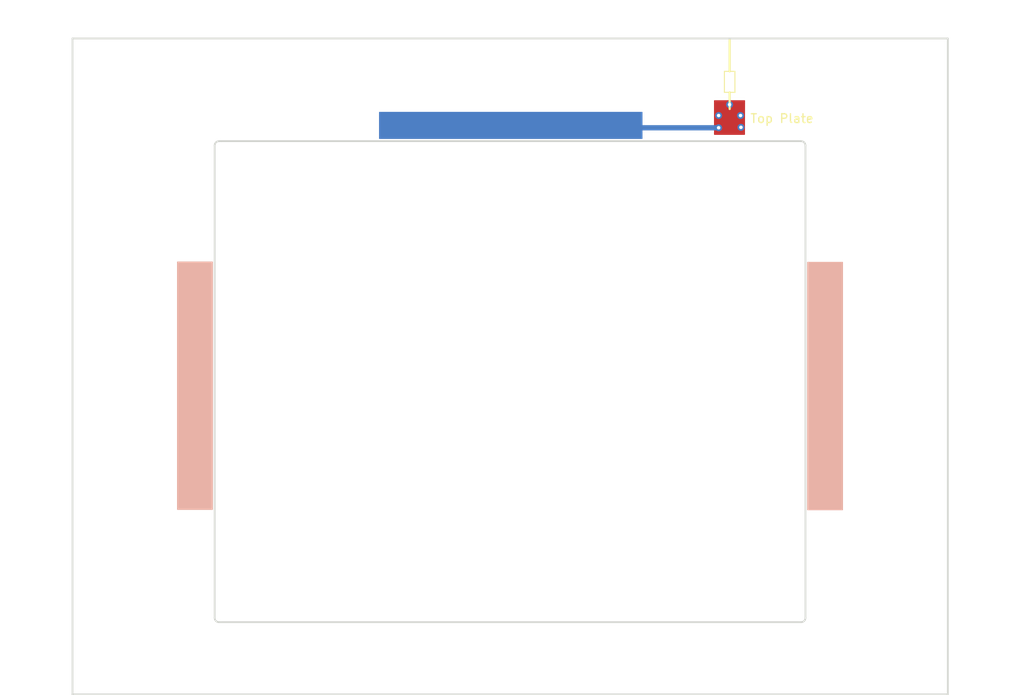
<source format=kicad_pcb>
(kicad_pcb (version 20211014) (generator pcbnew)
  (layers (0 "F.Cu" signal) (31 "B.Cu" signal) (34 "B.Paste" user) (35 "F.Paste" user) (36 "B.SilkS" user "B.Silkscreen") (37 "F.SilkS" user "F.Silkscreen") (38 "B.Mask" user) (39 "F.Mask" user) (44 "Edge.Cuts" user))
  (net 0 "")
  (net 1 "Net-(J1-Pad1)")
  (footprint "MountingHole:MountingHole_3.5mm" (layer "F.Cu") (at 232.47 83.34)
    (fp_text reference "REF**" hide)
    (fp_text value "MountingHole_3.5mm" hide)
    (pad "" np_thru_hole circle locked (at 0 0) (size 3.5 3.5) (drill 3.5) (layers *.Cu *.Mask))
  )
  (footprint "MountingHole:MountingHole_3.5mm" (layer "F.Cu") (at 144.21 82.92)
    (fp_text reference "REF**" hide)
    (fp_text value "MountingHole_3.5mm" hide)
    (pad "" np_thru_hole circle locked (at 0 0) (size 3.5 3.5) (drill 3.5) (layers *.Cu *.Mask))
  )
  (footprint "MountingHole:MountingHole_2.5mm" (layer "F.Cu") (at 233.2 50.4)
    (fp_text reference "REF**" hide)
    (fp_text value "MountingHole_2.5mm" hide)
    (pad "" np_thru_hole circle locked (at 0 0) (size 2.5 2.5) (drill 2.5) (layers *.Cu *.Mask))
  )
  (footprint "MountingHole:MountingHole_2.5mm" (layer "F.Cu") (at 143.19 114.4)
    (fp_text reference "REF**" hide)
    (fp_text value "MountingHole_2.5mm" hide)
    (pad "" np_thru_hole circle locked (at 0 0) (size 2.5 2.5) (drill 2.5) (layers *.Cu *.Mask))
  )
  (footprint "MountingHole:MountingHole_2.5mm" (layer "F.Cu") (at 233.16 114.4)
    (fp_text reference "REF**" hide)
    (fp_text value "MountingHole_2.5mm" hide)
    (pad "" np_thru_hole circle locked (at 0 0) (size 2.5 2.5) (drill 2.5) (layers *.Cu *.Mask))
  )
  (footprint "cover_50x75:Header1_RA" (layer "F.Cu") (at 213.28 55.06 -90)
    (fp_text reference "J1" hide)
    (fp_text value "Conn_01x01")
    (fp_line (start -3.5 -0.6) (end -3.5 0.6) (layer "F.SilkS") (width 0.12))
    (fp_line (start -3.5 0) (end -1.6 0) (layer "F.SilkS") (width 0.25))
    (fp_line (start -5.9 0) (end -9.5 0) (layer "F.SilkS") (width 0.25))
    (fp_line (start -5.9 0.6) (end -5.9 -0.6) (layer "F.SilkS") (width 0.12))
    (fp_line (start -3.5 -0.6) (end -3.5 -0.6) (layer "F.SilkS") (width 0.12))
    (fp_line (start -3.5 0.6) (end -5.9 0.6) (layer "F.SilkS") (width 0.12))
    (fp_line (start -5.9 -0.6) (end -3.5 -0.6) (layer "F.SilkS") (width 0.12))
    (pad "1" smd rect locked (at 0 0 270) (size 2 1.2) (layers "F.Cu" "F.Paste" "F.Mask") (net 1 "Net-(J1-Pad1)"))
  )
  (footprint "MountingHole:MountingHole_2.5mm" (layer "F.Cu") (at 143.2 50.4)
    (fp_text reference "REF**" hide)
    (fp_text value "MountingHole_2.5mm" hide)
    (pad "" np_thru_hole circle locked (at 0 0) (size 2.5 2.5) (drill 2.5) (layers F&B.Cu *.Mask))
  )
  (gr_poly (pts (xy 214.98 56.37) (xy 211.54 56.37) (xy 211.54 52.51) (xy 214.99 52.51)) (layer "F.Cu") (width 0.1) (fill solid))
  (gr_poly (pts (xy 203.27 56.84) (xy 173.27 56.84) (xy 173.27 53.84) (xy 203.27 53.84)) (layer "B.Cu") (width 0.1) (fill solid))
  (gr_poly (pts (xy 154.19 99.25) (xy 150.19 99.25) (xy 150.19 70.95) (xy 154.19 70.95)) (layer "B.SilkS") (width 0.1) (fill solid))
  (gr_poly (pts (xy 226.18 99.29) (xy 222.18 99.29) (xy 222.18 70.99) (xy 226.18 70.99)) (layer "B.SilkS") (width 0.1) (fill solid))
  (gr_line (start 238.19 120.389999) (end 138.190001 120.389998) (layer "Edge.Cuts") (width 0.2))
  (gr_arc (start 221.94 111.639998) (mid 221.793553 111.993552) (end 221.439999 112.139999) (layer "Edge.Cuts") (width 0.2))
  (gr_line (start 221.939999 57.64) (end 221.94 111.639998) (layer "Edge.Cuts") (width 0.2))
  (gr_arc (start 154.4399 57.64) (mid 154.589929 57.282858) (end 154.95 57.14) (layer "Edge.Cuts") (width 0.2))
  (gr_line (start 138.2 45.4) (end 238.2 45.4) (layer "Edge.Cuts") (width 0.2))
  (gr_arc (start 154.939999 112.139998) (mid 154.586446 111.993552) (end 154.44 111.639999) (layer "Edge.Cuts") (width 0.2))
  (gr_line (start 238.2 45.4) (end 238.2 120.4) (layer "Edge.Cuts") (width 0.2))
  (gr_arc (start 221.439999 57.14) (mid 221.793552 57.286447) (end 221.939999 57.64) (layer "Edge.Cuts") (width 0.2))
  (gr_line (start 221.439999 112.139999) (end 154.939999 112.139998) (layer "Edge.Cuts") (width 0.2))
  (gr_line (start 154.95 57.14) (end 221.439999 57.14) (layer "Edge.Cuts") (width 0.2))
  (gr_line (start 154.44 111.639999) (end 154.4399 57.64) (layer "Edge.Cuts") (width 0.2))
  (gr_line (start 138.2 120.4) (end 138.2 45.4) (layer "Edge.Cuts") (width 0.2))
  (gr_text "Top Plate" (at 219.25 54.55) (layer "F.SilkS") (effects (font (size 1 1))))
  (via (at 214.52 54.21) (size 0.8) (drill 0.4) (layers "F.Cu" "B.Cu") (net 0))
  (via (at 213.27 52.96) (size 0.8) (drill 0.4) (layers "F.Cu" "B.Cu") (net 0))
  (via (at 212.02 55.61) (size 0.8) (drill 0.4) (layers "F.Cu" "B.Cu") (net 0))
  (via (at 212.02 54.21) (size 0.8) (drill 0.4) (layers "F.Cu" "B.Cu") (net 0))
  (via (at 214.57 55.56) (size 0.8) (drill 0.4) (layers "F.Cu" "B.Cu") (net 0))
  (segment (start 212.02 55.61) (end 202.85 55.61) (width 0.6) (layer "B.Cu") (net 0))
  (segment (start 202.85 55.61) (end 202.5 55.26) (width 0.6) (layer "B.Cu") (net 0))
)
</source>
